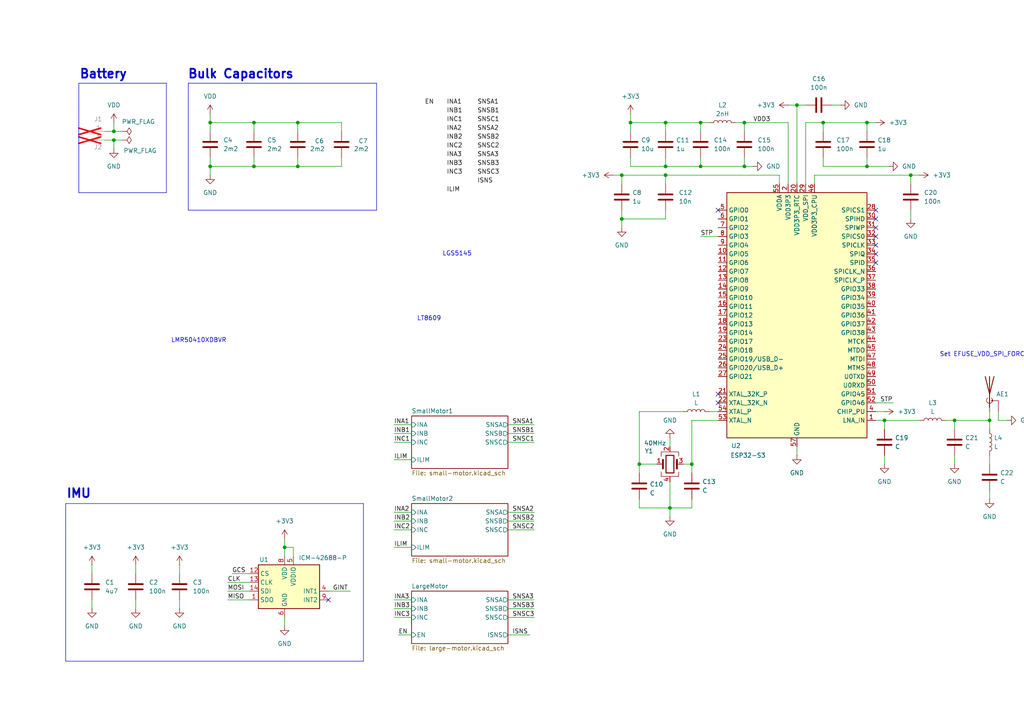
<source format=kicad_sch>
(kicad_sch (version 20231120) (generator "eeschema") (generator_version "8.0")
  (paper "A4")
  (lib_symbols
    (symbol "Connector:Conn_01x01_Pin" (pin_names (offset 1.016) hide)
      (property "Reference" "J" (at 0 2.54 0))
      (property "Value" "Conn_01x01_Pin" (at 0 -2.54 0))
      (symbol "Conn_01x01_Pin_1_1"
        (polyline (pts (xy 1.27 0) (xy 0.8636 0)) (stroke (width 0.1524)))
        (rectangle (start 0.8636 0.127) (end 0 -0.127) (stroke (width 0.1524)) (fill (type outline)))
        (pin passive line (at 5.08 0 180) (length 3.81) (name "Pin_1") (number "1"))
      )
    )
    (symbol "Device:Antenna_Shield" (pin_numbers hide) (pin_names (offset 1.016) hide)
      (property "Reference" "AE" (at -1.905 4.445 0))
      (property "Value" "Antenna_Shield" (at -1.905 2.54 0))
      (symbol "Antenna_Shield_0_1"
        (arc (start -0.508 -1.143) (mid -0.8429 -2.1194) (end 0 -2.667))
        (arc (start 0 -2.667) (mid 0.7989 -2.1052) (end 0.508 -1.143))
        (polyline (pts (xy 0 -2.54) (xy 0 0)))
        (polyline (pts (xy 0 5.08) (xy 0 -3.81)) (stroke (width 0.254)))
        (polyline (pts (xy 0.762 -1.905) (xy 2.54 -1.905)))
        (polyline (pts (xy 2.54 -2.54) (xy 2.54 -1.905)))
        (polyline (pts (xy 1.27 5.08) (xy 0 0) (xy -1.27 5.08)) (stroke (width 0.254)))
        (circle (center 0.762 -1.905) (radius 0.1778) (fill (type outline)))
      )
      (symbol "Antenna_Shield_1_1"
        (pin input line (at 0 -5.08 90) (length 2.54) (name "A") (number "1"))
        (pin input line (at 2.54 -5.08 90) (length 2.54) (name "Shield") (number "2"))
      )
    )
    (symbol "Device:C" (pin_numbers hide) (pin_names (offset 0.254))
      (property "Reference" "C" (at 0.635 2.54 0))
      (property "Value" "C" (at 0.635 -2.54 0))
      (symbol "C_0_1"
        (polyline (pts (xy -2.032 -0.762) (xy 2.032 -0.762)) (stroke (width 0.508)))
        (polyline (pts (xy -2.032 0.762) (xy 2.032 0.762)) (stroke (width 0.508)))
      )
      (symbol "C_1_1"
        (pin passive line (at 0 3.81 270) (length 2.794) (name "~") (number "1"))
        (pin passive line (at 0 -3.81 90) (length 2.794) (name "~") (number "2"))
      )
    )
    (symbol "Device:Crystal_GND24" (pin_names (offset 1.016) hide)
      (property "Reference" "Y" (at 3.175 5.08 0))
      (property "Value" "Crystal_GND24" (at 3.175 3.175 0))
      (symbol "Crystal_GND24_0_1"
        (rectangle (start -1.143 2.54) (end 1.143 -2.54) (stroke (width 0.3048)))
        (polyline (pts (xy -2.54 0) (xy -2.032 0)))
        (polyline (pts (xy -2.032 -1.27) (xy -2.032 1.27)) (stroke (width 0.508)))
        (polyline (pts (xy 0 -3.81) (xy 0 -3.556)))
        (polyline (pts (xy 0 3.556) (xy 0 3.81)))
        (polyline (pts (xy 2.032 -1.27) (xy 2.032 1.27)) (stroke (width 0.508)))
        (polyline (pts (xy 2.032 0) (xy 2.54 0)))
        (polyline (pts (xy -2.54 -2.286) (xy -2.54 -3.556) (xy 2.54 -3.556) (xy 2.54 -2.286)))
        (polyline (pts (xy -2.54 2.286) (xy -2.54 3.556) (xy 2.54 3.556) (xy 2.54 2.286)))
      )
      (symbol "Crystal_GND24_1_1"
        (pin passive line (at -3.81 0 0) (length 1.27) (name "1") (number "1"))
        (pin passive line (at 0 5.08 270) (length 1.27) (name "2") (number "2"))
        (pin passive line (at 3.81 0 180) (length 1.27) (name "3") (number "3"))
        (pin passive line (at 0 -5.08 90) (length 1.27) (name "4") (number "4"))
      )
    )
    (symbol "Device:L" (pin_numbers hide) (pin_names (offset 1.016) hide)
      (property "Reference" "L" (at -1.27 0 90))
      (property "Value" "L" (at 1.905 0 90))
      (symbol "L_0_1"
        (arc (start 0 -2.54) (mid 0.6323 -1.905) (end 0 -1.27))
        (arc (start 0 -1.27) (mid 0.6323 -0.635) (end 0 0))
        (arc (start 0 0) (mid 0.6323 0.635) (end 0 1.27))
        (arc (start 0 1.27) (mid 0.6323 1.905) (end 0 2.54))
      )
      (symbol "L_1_1"
        (pin passive line (at 0 3.81 270) (length 1.27) (name "1") (number "1"))
        (pin passive line (at 0 -3.81 90) (length 1.27) (name "2") (number "2"))
      )
    )
    (symbol "MCU_Espressif:ESP32-S3"
      (property "Reference" "U" (at 10.16 -38.1 0))
      (property "Value" "ESP32-S3" (at 13.97 -40.64 0))
      (symbol "ESP32-S3_0_1"
        (rectangle (start -20.32 35.56) (end 20.32 -35.56) (stroke (width 0.254)) (fill (type background)))
      )
      (symbol "ESP32-S3_1_0"
        (pin bidirectional line (at 22.86 12.7 180) (length 2.54) (name "SPICLK_N") (number "36"))
        (pin bidirectional line (at 22.86 -10.16 180) (length 2.54) (name "MTDO") (number "45"))
        (pin bidirectional line (at 22.86 -22.86 180) (length 2.54) (name "GPIO45") (number "51"))
        (pin passive line (at -5.08 38.1 270) (length 2.54) hide (name "VDDA") (number "56"))
      )
      (symbol "ESP32-S3_1_1"
        (pin bidirectional line (at 22.86 -30.48 180) (length 2.54) (name "LNA_IN") (number "1"))
        (pin bidirectional line (at -22.86 17.78 0) (length 2.54) (name "GPIO5") (number "10"))
        (pin bidirectional line (at -22.86 15.24 0) (length 2.54) (name "GPIO6") (number "11"))
        (pin bidirectional line (at -22.86 12.7 0) (length 2.54) (name "GPIO7") (number "12"))
        (pin bidirectional line (at -22.86 10.16 0) (length 2.54) (name "GPIO8") (number "13"))
        (pin bidirectional line (at -22.86 7.62 0) (length 2.54) (name "GPIO9") (number "14"))
        (pin bidirectional line (at -22.86 5.08 0) (length 2.54) (name "GPIO10") (number "15"))
        (pin bidirectional line (at -22.86 2.54 0) (length 2.54) (name "GPIO11") (number "16"))
        (pin bidirectional line (at -22.86 0 0) (length 2.54) (name "GPIO12") (number "17"))
        (pin bidirectional line (at -22.86 -2.54 0) (length 2.54) (name "GPIO13") (number "18"))
        (pin bidirectional line (at -22.86 -5.08 0) (length 2.54) (name "GPIO14") (number "19"))
        (pin power_in line (at -2.54 38.1 270) (length 2.54) (name "VDD3P3") (number "2"))
        (pin power_in line (at 0 38.1 270) (length 2.54) (name "VDD3P3_RTC") (number "20"))
        (pin passive line (at -22.86 -22.86 0) (length 2.54) (name "XTAL_32K_P") (number "21"))
        (pin passive line (at -22.86 -25.4 0) (length 2.54) (name "XTAL_32K_N") (number "22"))
        (pin bidirectional line (at -22.86 -7.62 0) (length 2.54) (name "GPIO17") (number "23"))
        (pin bidirectional line (at -22.86 -10.16 0) (length 2.54) (name "GPIO18") (number "24"))
        (pin bidirectional line (at -22.86 -12.7 0) (length 2.54) (name "GPIO19/USB_D-") (number "25"))
        (pin bidirectional line (at -22.86 -15.24 0) (length 2.54) (name "GPIO20/USB_D+") (number "26"))
        (pin bidirectional line (at -22.86 -17.78 0) (length 2.54) (name "GPIO21") (number "27"))
        (pin bidirectional line (at 22.86 30.48 180) (length 2.54) (name "SPICS1") (number "28"))
        (pin power_in line (at 2.54 38.1 270) (length 2.54) (name "VDD_SPI") (number "29"))
        (pin passive line (at -2.54 38.1 270) (length 2.54) hide (name "VDD3P3") (number "3"))
        (pin bidirectional line (at 22.86 27.94 180) (length 2.54) (name "SPIHD") (number "30"))
        (pin bidirectional line (at 22.86 25.4 180) (length 2.54) (name "SPIWP") (number "31"))
        (pin bidirectional line (at 22.86 22.86 180) (length 2.54) (name "SPICS0") (number "32"))
        (pin bidirectional line (at 22.86 20.32 180) (length 2.54) (name "SPICLK") (number "33"))
        (pin bidirectional line (at 22.86 17.78 180) (length 2.54) (name "SPIQ") (number "34"))
        (pin bidirectional line (at 22.86 15.24 180) (length 2.54) (name "SPID") (number "35"))
        (pin bidirectional line (at 22.86 10.16 180) (length 2.54) (name "SPICLK_P") (number "37"))
        (pin bidirectional line (at 22.86 7.62 180) (length 2.54) (name "GPIO33") (number "38"))
        (pin bidirectional line (at 22.86 5.08 180) (length 2.54) (name "GPIO34") (number "39"))
        (pin input line (at 22.86 -27.94 180) (length 2.54) (name "CHIP_PU") (number "4"))
        (pin bidirectional line (at 22.86 2.54 180) (length 2.54) (name "GPIO35") (number "40"))
        (pin bidirectional line (at 22.86 0 180) (length 2.54) (name "GPIO36") (number "41"))
        (pin bidirectional line (at 22.86 -2.54 180) (length 2.54) (name "GPIO37") (number "42"))
        (pin bidirectional line (at 22.86 -5.08 180) (length 2.54) (name "GPIO38") (number "43"))
        (pin bidirectional line (at 22.86 -7.62 180) (length 2.54) (name "MTCK") (number "44"))
        (pin power_in line (at 5.08 38.1 270) (length 2.54) (name "VDD3P3_CPU") (number "46"))
        (pin bidirectional line (at 22.86 -12.7 180) (length 2.54) (name "MTDI") (number "47"))
        (pin bidirectional line (at 22.86 -15.24 180) (length 2.54) (name "MTMS") (number "48"))
        (pin bidirectional line (at 22.86 -17.78 180) (length 2.54) (name "U0TXD") (number "49"))
        (pin bidirectional line (at -22.86 30.48 0) (length 2.54) (name "GPIO0") (number "5"))
        (pin bidirectional line (at 22.86 -20.32 180) (length 2.54) (name "U0RXD") (number "50"))
        (pin bidirectional line (at 22.86 -25.4 180) (length 2.54) (name "GPIO46") (number "52"))
        (pin output line (at -22.86 -30.48 0) (length 2.54) (name "XTAL_N") (number "53"))
        (pin input line (at -22.86 -27.94 0) (length 2.54) (name "XTAL_P") (number "54"))
        (pin power_in line (at -5.08 38.1 270) (length 2.54) (name "VDDA") (number "55"))
        (pin power_in line (at 0 -38.1 90) (length 2.54) (name "GND") (number "57"))
        (pin bidirectional line (at -22.86 27.94 0) (length 2.54) (name "GPIO1") (number "6"))
        (pin bidirectional line (at -22.86 25.4 0) (length 2.54) (name "GPIO2") (number "7"))
        (pin bidirectional line (at -22.86 22.86 0) (length 2.54) (name "GPIO3") (number "8"))
        (pin bidirectional line (at -22.86 20.32 0) (length 2.54) (name "GPIO4") (number "9"))
      )
    )
    (symbol "User_Symbols:ICM-42688-P"
      (property "Reference" "U" (at 1.27 1.27 0))
      (property "Value" "ICM-42688-P" (at 19.05 1.27 0))
      (symbol "ICM-42688-P_0_1"
        (rectangle (start 0 0) (end 17.78 -12.7) (stroke (width 0.254)) (fill (type background)))
      )
      (symbol "ICM-42688-P_1_1"
        (pin output line (at -2.54 -10.16 0) (length 2.54) (name "SDO") (number "1"))
        (pin no_connect line (at 20.32 -3.81 180) (length 2.54) hide (name "RESV") (number "10"))
        (pin passive line (at 7.62 -15.24 90) (length 2.54) hide (name "RESV") (number "11"))
        (pin input line (at -2.54 -2.54 0) (length 2.54) (name "CS") (number "12"))
        (pin input line (at -2.54 -5.08 0) (length 2.54) (name "CLK") (number "13"))
        (pin input line (at -2.54 -7.62 0) (length 2.54) (name "SDI") (number "14"))
        (pin no_connect line (at 20.32 -1.27 180) (length 2.54) hide (name "RESV") (number "2"))
        (pin no_connect line (at 20.32 -2.54 180) (length 2.54) hide (name "RESV") (number "3"))
        (pin output line (at 20.32 -7.62 180) (length 2.54) (name "INT1") (number "4"))
        (pin power_in line (at 10.16 2.54 270) (length 2.54) (name "VDDIO") (number "5"))
        (pin power_in line (at 7.62 -15.24 90) (length 2.54) (name "GND") (number "6"))
        (pin passive line (at 7.62 -15.24 90) (length 2.54) hide (name "RESV") (number "7"))
        (pin power_in line (at 7.62 2.54 270) (length 2.54) (name "VDD") (number "8"))
        (pin output line (at 20.32 -10.16 180) (length 2.54) (name "INT2") (number "9"))
      )
    )
    (symbol "power:+3V3" (power) (pin_numbers hide) (pin_names (offset 0) hide)
      (property "Value" "+3V3" (at 0 3.556 0))
      (symbol "+3V3_0_1"
        (polyline (pts (xy -0.762 1.27) (xy 0 2.54)))
        (polyline (pts (xy 0 0) (xy 0 2.54)))
        (polyline (pts (xy 0 2.54) (xy 0.762 1.27)))
      )
      (symbol "+3V3_1_1"
        (pin power_in line (at 0 0 90) (length 0) (name "~") (number "1"))
      )
    )
    (symbol "power:GND" (power) (pin_numbers hide) (pin_names (offset 0) hide)
      (property "Value" "GND" (at 0 -3.81 0))
      (symbol "GND_0_1"
        (polyline (pts (xy 0 0) (xy 0 -1.27) (xy 1.27 -1.27) (xy 0 -2.54) (xy -1.27 -1.27) (xy 0 -1.27)))
      )
      (symbol "GND_1_1"
        (pin power_in line (at 0 0 270) (length 0) (name "~") (number "1"))
      )
    )
    (symbol "power:PWR_FLAG" (power) (pin_numbers hide) (pin_names (offset 0) hide)
      (property "Value" "PWR_FLAG" (at 0 3.81 0))
      (symbol "PWR_FLAG_0_0"
        (pin power_out line (at 0 0 90) (length 0) (name "~") (number "1"))
      )
      (symbol "PWR_FLAG_0_1"
        (polyline (pts (xy 0 0) (xy 0 1.27) (xy -1.016 1.905) (xy 0 2.54) (xy 1.016 1.905) (xy 0 1.27)))
      )
    )
    (symbol "power:VDD" (power) (pin_numbers hide) (pin_names (offset 0) hide)
      (property "Value" "VDD" (at 0 3.556 0))
      (symbol "VDD_0_1"
        (polyline (pts (xy -0.762 1.27) (xy 0 2.54)))
        (polyline (pts (xy 0 0) (xy 0 2.54)))
        (polyline (pts (xy 0 2.54) (xy 0.762 1.27)))
      )
      (symbol "VDD_1_1"
        (pin power_in line (at 0 0 90) (length 0) (name "~") (number "1"))
      )
    )
  )
  (junction (at 200.66 134.62))
  (junction (at 203.2 48.26))
  (junction (at 193.04 50.8))
  (junction (at 60.96 35.56))
  (junction (at 238.76 35.56))
  (junction (at 60.96 48.26))
  (junction (at 264.16 50.8))
  (junction (at 82.55 158.75))
  (junction (at 86.36 48.26))
  (junction (at 203.2 35.56))
  (junction (at 193.04 35.56))
  (junction (at 73.66 35.56))
  (junction (at 86.36 35.56))
  (junction (at 251.46 35.56))
  (junction (at 215.9 48.26))
  (junction (at 182.88 35.56))
  (junction (at 180.34 50.8))
  (junction (at 251.46 48.26))
  (junction (at 231.14 30.48))
  (junction (at 33.02 38.1))
  (junction (at 33.02 40.64))
  (junction (at 215.9 35.56))
  (junction (at 185.42 134.62))
  (junction (at 276.86 121.92))
  (junction (at 194.31 147.32))
  (junction (at 193.04 48.26))
  (junction (at 73.66 48.26))
  (junction (at 256.54 121.92))
  (junction (at 180.34 63.5))
  (junction (at 287.02 121.92))
  (no_connect (at 254 68.58))
  (no_connect (at 95.25 173.99))
  (no_connect (at 254 71.12))
  (no_connect (at 208.28 116.84))
  (no_connect (at 208.28 60.96))
  (no_connect (at 254 66.04))
  (no_connect (at 254 63.5))
  (no_connect (at 254 76.2))
  (no_connect (at 254 60.96))
  (no_connect (at 208.28 114.3))
  (no_connect (at 254 73.66))
  (wire (pts (xy 238.76 35.56) (xy 238.76 38.1)))
  (wire (pts (xy 114.3 158.75) (xy 119.38 158.75)))
  (wire (pts (xy 182.88 35.56) (xy 193.04 35.56)))
  (wire (pts (xy 147.32 179.07) (xy 154.94 179.07)))
  (wire (pts (xy 194.31 147.32) (xy 194.31 149.86)))
  (wire (pts (xy 147.32 173.99) (xy 154.94 173.99)))
  (wire (pts (xy 205.74 119.38) (xy 208.28 119.38)))
  (wire (pts (xy 233.68 53.34) (xy 233.68 35.56)))
  (wire (pts (xy 73.66 48.26) (xy 86.36 48.26)))
  (wire (pts (xy 218.44 48.26) (xy 215.9 48.26)))
  (wire (pts (xy 66.04 173.99) (xy 72.39 173.99)))
  (wire (pts (xy 254 119.38) (xy 256.54 119.38)))
  (wire (pts (xy 256.54 121.92) (xy 254 121.92)))
  (wire (pts (xy 33.02 35.56) (xy 33.02 38.1)))
  (wire (pts (xy 251.46 35.56) (xy 251.46 38.1)))
  (polyline (pts (xy 22.86 31.75) (xy 22.86 55.88)))
  (wire (pts (xy 60.96 35.56) (xy 73.66 35.56)))
  (wire (pts (xy 82.55 158.75) (xy 85.09 158.75)))
  (wire (pts (xy 193.04 35.56) (xy 203.2 35.56)))
  (polyline (pts (xy 22.86 55.88) (xy 48.26 55.88)))
  (wire (pts (xy 200.66 134.62) (xy 200.66 137.16)))
  (wire (pts (xy 287.02 142.24) (xy 287.02 144.78)))
  (wire (pts (xy 264.16 53.34) (xy 264.16 50.8)))
  (wire (pts (xy 85.09 158.75) (xy 85.09 161.29)))
  (wire (pts (xy 289.56 121.92) (xy 289.56 119.38)))
  (polyline (pts (xy 54.61 31.75) (xy 54.61 60.96)))
  (wire (pts (xy 233.68 35.56) (xy 238.76 35.56)))
  (polyline (pts (xy 19.05 153.67) (xy 19.05 191.77)))
  (wire (pts (xy 193.04 48.26) (xy 182.88 48.26)))
  (wire (pts (xy 200.66 147.32) (xy 200.66 144.78)))
  (wire (pts (xy 256.54 121.92) (xy 266.7 121.92)))
  (wire (pts (xy 114.3 133.35) (xy 119.38 133.35)))
  (wire (pts (xy 193.04 50.8) (xy 226.06 50.8)))
  (wire (pts (xy 194.31 127) (xy 194.31 129.54)))
  (wire (pts (xy 114.3 176.53) (xy 119.38 176.53)))
  (wire (pts (xy 147.32 123.19) (xy 154.94 123.19)))
  (wire (pts (xy 194.31 147.32) (xy 185.42 147.32)))
  (wire (pts (xy 73.66 35.56) (xy 73.66 38.1)))
  (wire (pts (xy 203.2 38.1) (xy 203.2 35.56)))
  (wire (pts (xy 228.6 35.56) (xy 228.6 53.34)))
  (wire (pts (xy 276.86 124.46) (xy 276.86 121.92)))
  (wire (pts (xy 185.42 137.16) (xy 185.42 134.62)))
  (wire (pts (xy 287.02 124.46) (xy 287.02 121.92)))
  (wire (pts (xy 276.86 121.92) (xy 287.02 121.92)))
  (wire (pts (xy 198.12 119.38) (xy 185.42 119.38)))
  (wire (pts (xy 213.36 35.56) (xy 215.9 35.56)))
  (polyline (pts (xy 54.61 60.96) (xy 109.22 60.96)))
  (polyline (pts (xy 105.41 191.77) (xy 105.41 146.05)))
  (wire (pts (xy 99.06 38.1) (xy 99.06 35.56)))
  (wire (pts (xy 67.31 166.37) (xy 72.39 166.37)))
  (polyline (pts (xy 105.41 146.05) (xy 19.05 146.05)))
  (wire (pts (xy 203.2 48.26) (xy 203.2 45.72)))
  (polyline (pts (xy 54.61 24.13) (xy 54.61 31.75)))
  (wire (pts (xy 52.07 163.83) (xy 52.07 166.37)))
  (wire (pts (xy 86.36 48.26) (xy 86.36 45.72)))
  (wire (pts (xy 266.7 50.8) (xy 264.16 50.8)))
  (wire (pts (xy 115.57 184.15) (xy 119.38 184.15)))
  (polyline (pts (xy 48.26 24.13) (xy 22.86 24.13)))
  (wire (pts (xy 39.37 173.99) (xy 39.37 176.53)))
  (wire (pts (xy 114.3 125.73) (xy 119.38 125.73)))
  (wire (pts (xy 256.54 124.46) (xy 256.54 121.92)))
  (wire (pts (xy 99.06 48.26) (xy 99.06 45.72)))
  (wire (pts (xy 73.66 48.26) (xy 73.66 45.72)))
  (wire (pts (xy 177.8 50.8) (xy 180.34 50.8)))
  (polyline (pts (xy 19.05 191.77) (xy 105.41 191.77)))
  (wire (pts (xy 147.32 176.53) (xy 154.94 176.53)))
  (polyline (pts (xy 109.22 60.96) (xy 109.22 24.13)))
  (wire (pts (xy 182.88 45.72) (xy 182.88 48.26)))
  (wire (pts (xy 193.04 53.34) (xy 193.04 50.8)))
  (wire (pts (xy 26.67 163.83) (xy 26.67 166.37)))
  (wire (pts (xy 292.1 121.92) (xy 289.56 121.92)))
  (wire (pts (xy 147.32 153.67) (xy 154.94 153.67)))
  (wire (pts (xy 147.32 125.73) (xy 154.94 125.73)))
  (wire (pts (xy 82.55 179.07) (xy 82.55 181.61)))
  (wire (pts (xy 228.6 30.48) (xy 231.14 30.48)))
  (wire (pts (xy 215.9 45.72) (xy 215.9 48.26)))
  (wire (pts (xy 30.48 40.64) (xy 33.02 40.64)))
  (wire (pts (xy 215.9 35.56) (xy 215.9 38.1)))
  (wire (pts (xy 215.9 48.26) (xy 203.2 48.26)))
  (wire (pts (xy 86.36 48.26) (xy 99.06 48.26)))
  (wire (pts (xy 203.2 48.26) (xy 193.04 48.26)))
  (wire (pts (xy 180.34 63.5) (xy 180.34 66.04)))
  (wire (pts (xy 182.88 33.02) (xy 182.88 35.56)))
  (wire (pts (xy 276.86 121.92) (xy 274.32 121.92)))
  (wire (pts (xy 200.66 121.92) (xy 208.28 121.92)))
  (wire (pts (xy 26.67 173.99) (xy 26.67 176.53)))
  (wire (pts (xy 86.36 35.56) (xy 73.66 35.56)))
  (wire (pts (xy 254 35.56) (xy 251.46 35.56)))
  (wire (pts (xy 231.14 129.54) (xy 231.14 132.08)))
  (wire (pts (xy 114.3 148.59) (xy 119.38 148.59)))
  (wire (pts (xy 180.34 63.5) (xy 193.04 63.5)))
  (wire (pts (xy 251.46 48.26) (xy 257.81 48.26)))
  (polyline (pts (xy 48.26 55.88) (xy 48.26 24.13)))
  (wire (pts (xy 241.3 30.48) (xy 243.84 30.48)))
  (wire (pts (xy 114.3 173.99) (xy 119.38 173.99)))
  (wire (pts (xy 82.55 156.21) (xy 82.55 158.75)))
  (wire (pts (xy 114.3 179.07) (xy 119.38 179.07)))
  (wire (pts (xy 60.96 35.56) (xy 60.96 38.1)))
  (wire (pts (xy 185.42 147.32) (xy 185.42 144.78)))
  (wire (pts (xy 147.32 184.15) (xy 153.67 184.15)))
  (wire (pts (xy 251.46 48.26) (xy 238.76 48.26)))
  (wire (pts (xy 236.22 50.8) (xy 236.22 53.34)))
  (wire (pts (xy 86.36 38.1) (xy 86.36 35.56)))
  (wire (pts (xy 238.76 48.26) (xy 238.76 45.72)))
  (wire (pts (xy 215.9 35.56) (xy 228.6 35.56)))
  (wire (pts (xy 60.96 48.26) (xy 60.96 45.72)))
  (wire (pts (xy 180.34 50.8) (xy 180.34 53.34)))
  (wire (pts (xy 226.06 50.8) (xy 226.06 53.34)))
  (wire (pts (xy 60.96 48.26) (xy 73.66 48.26)))
  (wire (pts (xy 52.07 173.99) (xy 52.07 176.53)))
  (wire (pts (xy 147.32 148.59) (xy 154.94 148.59)))
  (wire (pts (xy 33.02 38.1) (xy 35.56 38.1)))
  (wire (pts (xy 287.02 132.08) (xy 287.02 134.62)))
  (wire (pts (xy 33.02 38.1) (xy 30.48 38.1)))
  (wire (pts (xy 180.34 60.96) (xy 180.34 63.5)))
  (wire (pts (xy 193.04 48.26) (xy 193.04 45.72)))
  (wire (pts (xy 39.37 163.83) (xy 39.37 166.37)))
  (wire (pts (xy 66.04 171.45) (xy 72.39 171.45)))
  (wire (pts (xy 251.46 48.26) (xy 251.46 45.72)))
  (wire (pts (xy 114.3 153.67) (xy 119.38 153.67)))
  (wire (pts (xy 33.02 40.64) (xy 35.56 40.64)))
  (wire (pts (xy 203.2 35.56) (xy 205.74 35.56)))
  (wire (pts (xy 114.3 128.27) (xy 119.38 128.27)))
  (polyline (pts (xy 109.22 24.13) (xy 54.61 24.13)))
  (wire (pts (xy 203.2 68.58) (xy 208.28 68.58)))
  (wire (pts (xy 66.04 168.91) (xy 72.39 168.91)))
  (wire (pts (xy 114.3 151.13) (xy 119.38 151.13)))
  (wire (pts (xy 256.54 132.08) (xy 256.54 134.62)))
  (wire (pts (xy 193.04 35.56) (xy 193.04 38.1)))
  (wire (pts (xy 287.02 119.38) (xy 287.02 121.92)))
  (wire (pts (xy 194.31 139.7) (xy 194.31 147.32)))
  (wire (pts (xy 95.25 171.45) (xy 101.6 171.45)))
  (wire (pts (xy 264.16 60.96) (xy 264.16 63.5)))
  (wire (pts (xy 180.34 50.8) (xy 193.04 50.8)))
  (polyline (pts (xy 19.05 146.05) (xy 19.05 153.67)))
  (wire (pts (xy 254 116.84) (xy 259.08 116.84)))
  (wire (pts (xy 114.3 123.19) (xy 119.38 123.19)))
  (wire (pts (xy 33.02 40.64) (xy 33.02 43.18)))
  (wire (pts (xy 236.22 50.8) (xy 264.16 50.8)))
  (wire (pts (xy 231.14 30.48) (xy 233.68 30.48)))
  (wire (pts (xy 185.42 119.38) (xy 185.42 134.62)))
  (wire (pts (xy 60.96 48.26) (xy 60.96 50.8)))
  (wire (pts (xy 251.46 35.56) (xy 238.76 35.56)))
  (wire (pts (xy 231.14 53.34) (xy 231.14 30.48)))
  (wire (pts (xy 147.32 151.13) (xy 154.94 151.13)))
  (wire (pts (xy 60.96 33.02) (xy 60.96 35.56)))
  (wire (pts (xy 194.31 147.32) (xy 200.66 147.32)))
  (wire (pts (xy 147.32 128.27) (xy 154.94 128.27)))
  (polyline (pts (xy 22.86 24.13) (xy 22.86 31.75)))
  (wire (pts (xy 193.04 63.5) (xy 193.04 60.96)))
  (wire (pts (xy 276.86 132.08) (xy 276.86 134.62)))
  (wire (pts (xy 198.12 134.62) (xy 200.66 134.62)))
  (wire (pts (xy 200.66 121.92) (xy 200.66 134.62)))
  (wire (pts (xy 182.88 38.1) (xy 182.88 35.56)))
  (wire (pts (xy 99.06 35.56) (xy 86.36 35.56)))
  (wire (pts (xy 185.42 134.62) (xy 190.5 134.62)))
  (wire (pts (xy 82.55 158.75) (xy 82.55 161.29)))
  (text "Battery" (at 29.972 21.59 0) (effects (font (size 2.54 2.54) (thickness 0.508) (bold yes))))
  (text "LGS5145" (at 132.588 73.66 0) (effects (font (size 1.27 1.27))))
  (text "LMR50410XDBVR" (at 57.658 98.806 0) (effects (font (size 1.27 1.27))))
  (text "Set EFUSE_VDD_SPI_FORCE and EFUSE_VDD_SPI_TIEH" (at 297.942 102.87 0) (effects (font (size 1.27 1.27))))
  (text "Bulk Capacitors" (at 69.85 21.59 0) (effects (font (size 2.54 2.54) (thickness 0.508) (bold yes))))
  (text "IMU" (at 22.86 143.256 0) (effects (font (size 2.54 2.54) (thickness 0.508) (bold yes))))
  (text "LT8609" (at 124.46 92.456 0) (effects (font (size 1.27 1.27))))
  (label "SNSB2" (at 148.59 151.13 0))
  (label "INB1" (at 114.3 125.73 0))
  (label "ISNS" (at 148.59 184.15 0))
  (label "INC2" (at 114.3 153.67 0))
  (label "SNSB2" (at 138.43 40.64 0))
  (label "ILIM" (at 129.54 55.88 0))
  (label "SNSB1" (at 148.59 125.73 0))
  (label "INC2" (at 129.54 43.18 0))
  (label "SNSA3" (at 148.59 173.99 0))
  (label "INC1" (at 114.3 128.27 0))
  (label "INA3" (at 129.54 45.72 0))
  (label "INB3" (at 114.3 176.53 0))
  (label "INC3" (at 114.3 179.07 0))
  (label "INB2" (at 129.54 40.64 0))
  (label "EN" (at 123.19 30.48 0))
  (label "ISNS" (at 138.43 53.34 0))
  (label "ILIM" (at 114.3 133.35 0))
  (label "GINT" (at 96.52 171.45 0))
  (label "STP" (at 203.2 68.58 0))
  (label "GCS" (at 67.31 166.37 0))
  (label "SNSC3" (at 148.59 179.07 0))
  (label "SNSA1" (at 148.59 123.19 0))
  (label "EN" (at 115.57 184.15 0))
  (label "SNSB1" (at 138.43 33.02 0))
  (label "INB3" (at 129.54 48.26 0))
  (label "SNSC1" (at 138.43 35.56 0))
  (label "MISO" (at 66.04 173.99 0))
  (label "SNSC3" (at 138.43 50.8 0))
  (label "SNSA2" (at 138.43 38.1 0))
  (label "CLK" (at 66.04 168.91 0))
  (label "INC1" (at 129.54 35.56 0))
  (label "SNSC2" (at 138.43 43.18 0))
  (label "SNSC1" (at 148.59 128.27 0))
  (label "SNSB3" (at 148.59 176.53 0))
  (label "SNSB3" (at 138.43 48.26 0))
  (label "INC3" (at 129.54 50.8 0))
  (label "INA2" (at 114.3 148.59 0))
  (label "INB1" (at 129.54 33.02 0))
  (label "INA2" (at 129.54 38.1 0))
  (label "INA1" (at 114.3 123.19 0))
  (label "INB2" (at 114.3 151.13 0))
  (label "SNSA3" (at 138.43 45.72 0))
  (label "SNSA2" (at 148.59 148.59 0))
  (label "MOSI" (at 66.04 171.45 0))
  (label "SNSA1" (at 138.43 30.48 0))
  (label "SNSC2" (at 148.59 153.67 0))
  (label "ILIM" (at 114.3 158.75 0))
  (label "INA1" (at 129.54 30.48 0))
  (label "INA3" (at 114.3 173.99 0))
  (label "VDD3" (at 218.44 35.56 0))
  (label "STP" (at 255.27 116.84 0))
  (symbol (lib_id "power:+3V3") (at 82.55 156.21 0) (unit 1)
    (property "Reference" "#PWR011" (effects (hide yes)))
    (property "Value" "+3V3" (at 82.55 151.13 0))
    (property "Description" "Power symbol creates a global label with name \"+3V3\"" (effects (hide yes)))
  )
  (symbol (lib_id "Device:C") (at 215.9 41.91 0) (unit 1)
    (property "Reference" "C15" (at 219.71 40.6399 0) (effects (justify left)))
    (property "Value" "100n" (at 219.71 43.1799 0) (effects (justify left)))
    (property "Footprint" "Capacitor_SMD:C_0402_1005Metric" (effects (hide yes)))
    (property "Description" "Unpolarized capacitor" (effects (hide yes)))
    (property "LCSC" "C1525" (effects (hide yes)))
  )
  (symbol (lib_id "MCU_Espressif:ESP32-S3") (at 231.14 91.44 0) (unit 1)
    (property "Reference" "U2" (at 212.09 129.286 0) (effects (justify left)))
    (property "Value" "ESP32-S3" (at 211.836 132.08 0) (effects (justify left)))
    (property "Footprint" "Package_DFN_QFN:QFN-56-1EP_7x7mm_P0.4mm_EP4x4mm" (effects (hide yes)))
    (property "Datasheet" "https://www.espressif.com/sites/default/files/documentation/esp32-s3_datasheet_en.pdf" (effects (hide yes)))
    (property "Description" "Microcontroller, Wi-Fi 802.11b/g/n, Bluetooth, 32bit" (effects (hide yes)))
    (property "LCSC" "C3013940" (effects (hide yes)))
  )
  (symbol (lib_id "power:+3V3") (at 182.88 33.02 0) (unit 1)
    (property "Reference" "#PWR015" (effects (hide yes)))
    (property "Value" "+3V3" (at 182.88 27.94 0))
    (property "Description" "Power symbol creates a global label with name \"+3V3\"" (effects (hide yes)))
  )
  (symbol (lib_id "Device:C") (at 193.04 41.91 0) (unit 1)
    (property "Reference" "C11" (at 196.088 40.64 0) (effects (justify left)))
    (property "Value" "1u" (at 196.088 43.18 0) (effects (justify left)))
    (property "Footprint" "Capacitor_SMD:C_0402_1005Metric" (effects (hide yes)))
    (property "Description" "Unpolarized capacitor" (effects (hide yes)))
    (property "LCSC" "C52923" (effects (hide yes)))
  )
  (symbol (lib_id "power:GND") (at 33.02 43.18 0) (unit 1)
    (property "Reference" "#PWR04" (effects (hide yes)))
    (property "Value" "GND" (at 33.02 48.26 0))
    (property "Description" "Power symbol creates a global label with name \"GND\" , ground" (effects (hide yes)))
  )
  (symbol (lib_id "Connector:Conn_01x01_Pin") (at 25.4 38.1 0) (unit 1) (in_bom no) (dnp yes)
    (property "Reference" "J1" (at 28.448 34.544 0))
    (property "Value" "Conn_01x01_Pin" (effects (hide yes)))
    (property "Footprint" "MountingHole:MountingHole_3.2mm_M3_Pad_Via" (effects (hide yes)))
    (property "Description" "Generic connector, single row, 01x01, script generated" (effects (hide yes)))
  )
  (symbol (lib_id "power:GND") (at 218.44 48.26 90) (unit 1)
    (property "Reference" "#PWR018" (effects (hide yes)))
    (property "Value" "GND" (at 222.25 48.2599 90) (effects (justify right)))
    (property "Description" "Power symbol creates a global label with name \"GND\" , ground" (effects (hide yes)))
  )
  (symbol (lib_id "power:GND") (at 82.55 181.61 0) (unit 1)
    (property "Reference" "#PWR012" (effects (hide yes)))
    (property "Value" "GND" (at 82.55 186.69 0))
    (property "Description" "Power symbol creates a global label with name \"GND\" , ground" (effects (hide yes)))
  )
  (symbol (lib_id "power:+3V3") (at 256.54 119.38 270) (unit 1)
    (property "Reference" "#PWR023" (effects (hide yes)))
    (property "Value" "+3V3" (at 260.35 119.3799 90) (effects (justify left)))
    (property "Description" "Power symbol creates a global label with name \"+3V3\"" (effects (hide yes)))
  )
  (symbol (lib_id "power:+3V3") (at 228.6 30.48 90) (unit 1)
    (property "Reference" "#PWR019" (effects (hide yes)))
    (property "Value" "+3V3" (at 224.79 30.4799 90) (effects (justify left)))
    (property "Description" "Power symbol creates a global label with name \"+3V3\"" (effects (hide yes)))
  )
  (symbol (lib_id "Device:C") (at 39.37 170.18 0) (unit 1)
    (property "Reference" "C2" (at 43.18 168.9099 0) (effects (justify left)))
    (property "Value" "100n" (at 43.18 171.4499 0) (effects (justify left)))
    (property "Footprint" "Capacitor_SMD:C_0402_1005Metric" (effects (hide yes)))
    (property "Description" "Unpolarized capacitor" (effects (hide yes)))
    (property "LCSC" "C1525" (effects (hide yes)))
  )
  (symbol (lib_id "power:GND") (at 264.16 63.5 0) (unit 1)
    (property "Reference" "#PWR026" (effects (hide yes)))
    (property "Value" "GND" (at 264.16 68.58 0))
    (property "Description" "Power symbol creates a global label with name \"GND\" , ground" (effects (hide yes)))
  )
  (symbol (lib_id "power:PWR_FLAG") (at 35.56 38.1 270) (unit 1)
    (property "Reference" "#FLG01" (effects (hide yes)))
    (property "Value" "PWR_FLAG" (at 35.306 35.306 90) (effects (justify left)))
    (property "Description" "Special symbol for telling ERC where power comes from" (effects (hide yes)))
  )
  (symbol (lib_id "Device:L") (at 209.55 35.56 90) (unit 1)
    (property "Reference" "L2" (at 209.55 30.48 90))
    (property "Value" "2nH" (at 209.55 33.02 90))
    (property "Footprint" "Inductor_SMD:L_0402_1005Metric" (effects (hide yes)))
    (property "Description" "Inductor" (effects (hide yes)))
    (property "LCSC" "C18216" (effects (hide yes)))
  )
  (symbol (lib_id "Device:C") (at 182.88 41.91 0) (unit 1)
    (property "Reference" "C9" (at 185.928 40.64 0) (effects (justify left)))
    (property "Value" "10u" (at 185.928 43.18 0) (effects (justify left)))
    (property "Footprint" "Capacitor_SMD:C_0402_1005Metric" (effects (hide yes)))
    (property "Description" "Unpolarized capacitor" (effects (hide yes)))
    (property "LCSC" "C15525" (effects (hide yes)))
  )
  (symbol (lib_id "power:+3V3") (at 52.07 163.83 0) (unit 1)
    (property "Reference" "#PWR07" (effects (hide yes)))
    (property "Value" "+3V3" (at 52.07 158.75 0))
    (property "Description" "Power symbol creates a global label with name \"+3V3\"" (effects (hide yes)))
  )
  (symbol (lib_id "Device:C") (at 238.76 41.91 0) (unit 1)
    (property "Reference" "C17" (at 242.57 40.6399 0) (effects (justify left)))
    (property "Value" "100n" (at 242.57 43.1799 0) (effects (justify left)))
    (property "Footprint" "Capacitor_SMD:C_0402_1005Metric" (effects (hide yes)))
    (property "Description" "Unpolarized capacitor" (effects (hide yes)))
    (property "LCSC" "C1525" (effects (hide yes)))
  )
  (symbol (lib_id "power:VDD") (at 60.96 33.02 0) (unit 1)
    (property "Reference" "#PWR09" (effects (hide yes)))
    (property "Value" "VDD" (at 60.96 27.94 0))
    (property "Description" "Power symbol creates a global label with name \"VDD\"" (effects (hide yes)))
  )
  (symbol (lib_id "power:GND") (at 180.34 66.04 0) (unit 1)
    (property "Reference" "#PWR014" (effects (hide yes)))
    (property "Value" "GND" (at 180.34 71.12 0))
    (property "Description" "Power symbol creates a global label with name \"GND\" , ground" (effects (hide yes)))
  )
  (symbol (lib_id "power:PWR_FLAG") (at 35.56 40.64 270) (unit 1)
    (property "Reference" "#FLG02" (effects (hide yes)))
    (property "Value" "PWR_FLAG" (at 35.814 43.688 90) (effects (justify left)))
    (property "Description" "Special symbol for telling ERC where power comes from" (effects (hide yes)))
  )
  (symbol (lib_id "Device:C") (at 86.36 41.91 0) (mirror y) (unit 1)
    (property "Reference" "C6" (at 93.98 40.894 0) (effects (justify left)))
    (property "Value" "2m2" (at 94.234 43.18 0) (effects (justify left)))
    (property "Footprint" "User_Footprints:C_D10xL16_Horizontal" (effects (hide yes)))
    (property "Description" "Unpolarized capacitor" (effects (hide yes)))
    (property "LCSC" "C5438720" (effects (hide yes)))
  )
  (symbol (lib_id "Device:C") (at 264.16 57.15 0) (unit 1)
    (property "Reference" "C20" (at 267.97 55.8799 0) (effects (justify left)))
    (property "Value" "100n" (at 267.97 58.4199 0) (effects (justify left)))
    (property "Footprint" "Capacitor_SMD:C_0402_1005Metric" (effects (hide yes)))
    (property "Description" "Unpolarized capacitor" (effects (hide yes)))
    (property "LCSC" "C1525" (effects (hide yes)))
  )
  (symbol (lib_id "Device:L") (at 270.51 121.92 90) (unit 1)
    (property "Reference" "L3" (at 270.51 116.84 90))
    (property "Value" "L" (at 270.51 119.38 90))
    (property "Footprint" "Inductor_SMD:L_0402_1005Metric" (effects (hide yes)))
    (property "Description" "Inductor" (effects (hide yes)))
  )
  (symbol (lib_id "Device:L") (at 201.93 119.38 90) (unit 1)
    (property "Reference" "L1" (at 201.93 114.3 90))
    (property "Value" "L" (at 201.93 116.84 90))
    (property "Footprint" "Inductor_SMD:L_0402_1005Metric" (effects (hide yes)))
    (property "Description" "Inductor" (effects (hide yes)))
  )
  (symbol (lib_id "Device:C") (at 193.04 57.15 0) (unit 1)
    (property "Reference" "C12" (at 196.85 55.8799 0) (effects (justify left)))
    (property "Value" "10n" (at 196.85 58.4199 0) (effects (justify left)))
    (property "Footprint" "Capacitor_SMD:C_0402_1005Metric" (effects (hide yes)))
    (property "Description" "Unpolarized capacitor" (effects (hide yes)))
  )
  (symbol (lib_id "Device:C") (at 200.66 140.97 0) (unit 1)
    (property "Reference" "C13" (at 203.708 139.7 0) (effects (justify left)))
    (property "Value" "C" (at 203.708 142.24 0) (effects (justify left)))
    (property "Footprint" "Resistor_SMD:R_0402_1005Metric" (effects (hide yes)))
    (property "Description" "Unpolarized capacitor" (effects (hide yes)))
  )
  (symbol (lib_id "Device:C") (at 203.2 41.91 0) (unit 1)
    (property "Reference" "C14" (at 207.01 40.6399 0) (effects (justify left)))
    (property "Value" "100n" (at 207.01 43.1799 0) (effects (justify left)))
    (property "Footprint" "Capacitor_SMD:C_0402_1005Metric" (effects (hide yes)))
    (property "Description" "Unpolarized capacitor" (effects (hide yes)))
    (property "LCSC" "C1525" (effects (hide yes)))
  )
  (symbol (lib_id "Device:Crystal_GND24") (at 194.31 134.62 0) (unit 1)
    (property "Reference" "Y1" (at 188.214 130.81 0))
    (property "Value" "40MHz" (at 189.992 128.524 0))
    (property "Footprint" "Crystal:Crystal_SMD_2520-4Pin_2.5x2.0mm" (effects (hide yes)))
    (property "Description" "Four pin crystal, GND on pins 2 and 4" (effects (hide yes)))
    (property "LCSC" "C2885592" (effects (hide yes)))
  )
  (symbol (lib_id "Device:C") (at 60.96 41.91 0) (unit 1)
    (property "Reference" "C4" (at 64.77 40.6399 0) (effects (justify left)))
    (property "Value" "2m2" (at 64.77 43.1799 0) (effects (justify left)))
    (property "Footprint" "User_Footprints:C_D10xL16_Horizontal" (effects (hide yes)))
    (property "Description" "Unpolarized capacitor" (effects (hide yes)))
    (property "LCSC" "C5438720" (effects (hide yes)))
  )
  (symbol (lib_id "Device:L") (at 287.02 128.27 0) (unit 1)
    (property "Reference" "L4" (at 288.29 126.9999 0) (effects (justify left)))
    (property "Value" "L" (at 288.29 129.5399 0) (effects (justify left)))
    (property "Footprint" "Inductor_SMD:L_0402_1005Metric" (effects (hide yes)))
    (property "Description" "Inductor" (effects (hide yes)))
  )
  (symbol (lib_id "Device:Antenna_Shield") (at 287.02 114.3 0) (unit 1)
    (property "Reference" "AE1" (at 292.608 114.3 0) (effects (justify right)))
    (property "Value" "Antenna_Shield" (effects (hide yes)))
    (property "Footprint" "Connector_Coaxial:U.FL_Molex_MCRF_73412-0110_Vertical" (effects (hide yes)))
    (property "Description" "Antenna with extra pin for shielding" (effects (hide yes)))
    (property "LCSC" "C434806" (effects (hide yes)))
  )
  (symbol (lib_id "power:GND") (at 287.02 144.78 0) (unit 1)
    (property "Reference" "#PWR029" (effects (hide yes)))
    (property "Value" "GND" (at 287.02 149.86 0))
    (property "Description" "Power symbol creates a global label with name \"GND\" , ground" (effects (hide yes)))
  )
  (symbol (lib_id "power:+3V3") (at 254 35.56 270) (unit 1)
    (property "Reference" "#PWR022" (effects (hide yes)))
    (property "Value" "+3V3" (at 257.81 35.5599 90) (effects (justify left)))
    (property "Description" "Power symbol creates a global label with name \"+3V3\"" (effects (hide yes)))
  )
  (symbol (lib_id "power:+3V3") (at 39.37 163.83 0) (unit 1)
    (property "Reference" "#PWR05" (effects (hide yes)))
    (property "Value" "+3V3" (at 39.37 158.75 0))
    (property "Description" "Power symbol creates a global label with name \"+3V3\"" (effects (hide yes)))
  )
  (symbol (lib_id "power:GND") (at 276.86 134.62 0) (unit 1)
    (property "Reference" "#PWR028" (effects (hide yes)))
    (property "Value" "GND" (at 276.86 139.7 0))
    (property "Description" "Power symbol creates a global label with name \"GND\" , ground" (effects (hide yes)))
  )
  (symbol (lib_id "power:GND") (at 256.54 134.62 0) (unit 1)
    (property "Reference" "#PWR024" (effects (hide yes)))
    (property "Value" "GND" (at 256.54 139.7 0))
    (property "Description" "Power symbol creates a global label with name \"GND\" , ground" (effects (hide yes)))
  )
  (symbol (lib_id "Device:C") (at 180.34 57.15 0) (unit 1)
    (property "Reference" "C8" (at 183.388 55.88 0) (effects (justify left)))
    (property "Value" "1u" (at 183.388 58.42 0) (effects (justify left)))
    (property "Footprint" "Capacitor_SMD:C_0402_1005Metric" (effects (hide yes)))
    (property "Description" "Unpolarized capacitor" (effects (hide yes)))
    (property "LCSC" "C52923" (effects (hide yes)))
  )
  (symbol (lib_id "Device:C") (at 99.06 41.91 0) (mirror y) (unit 1)
    (property "Reference" "C7" (at 106.68 40.894 0) (effects (justify left)))
    (property "Value" "2m2" (at 106.934 43.18 0) (effects (justify left)))
    (property "Footprint" "User_Footprints:C_D10xL16_Horizontal" (effects (hide yes)))
    (property "Description" "Unpolarized capacitor" (effects (hide yes)))
    (property "LCSC" "C5438720" (effects (hide yes)))
  )
  (symbol (lib_id "power:+3V3") (at 26.67 163.83 0) (unit 1)
    (property "Reference" "#PWR01" (effects (hide yes)))
    (property "Value" "+3V3" (at 26.67 158.75 0))
    (property "Description" "Power symbol creates a global label with name \"+3V3\"" (effects (hide yes)))
  )
  (symbol (lib_id "power:+3V3") (at 177.8 50.8 90) (unit 1)
    (property "Reference" "#PWR013" (effects (hide yes)))
    (property "Value" "+3V3" (at 173.99 50.7999 90) (effects (justify left)))
    (property "Description" "Power symbol creates a global label with name \"+3V3\"" (effects (hide yes)))
  )
  (symbol (lib_id "power:GND") (at 257.81 48.26 90) (unit 1)
    (property "Reference" "#PWR025" (effects (hide yes)))
    (property "Value" "GND" (at 261.62 48.2599 90) (effects (justify right)))
    (property "Description" "Power symbol creates a global label with name \"GND\" , ground" (effects (hide yes)))
  )
  (symbol (lib_id "power:VDD") (at 33.02 35.56 0) (unit 1)
    (property "Reference" "#PWR03" (effects (hide yes)))
    (property "Value" "VDD" (at 33.02 30.48 0))
    (property "Description" "Power symbol creates a global label with name \"VDD\"" (effects (hide yes)))
  )
  (symbol (lib_id "Device:C") (at 276.86 128.27 0) (unit 1)
    (property "Reference" "C21" (at 279.908 127 0) (effects (justify left)))
    (property "Value" "C" (at 279.908 129.54 0) (effects (justify left)))
    (property "Footprint" "Capacitor_SMD:C_0402_1005Metric" (effects (hide yes)))
    (property "Description" "Unpolarized capacitor" (effects (hide yes)))
  )
  (symbol (lib_id "power:GND") (at 243.84 30.48 90) (unit 1)
    (property "Reference" "#PWR021" (effects (hide yes)))
    (property "Value" "GND" (at 247.65 30.4799 90) (effects (justify right)))
    (property "Description" "Power symbol creates a global label with name \"GND\" , ground" (effects (hide yes)))
  )
  (symbol (lib_id "Connector:Conn_01x01_Pin") (at 25.4 40.64 0) (unit 1) (in_bom no) (dnp yes)
    (property "Reference" "J2" (at 28.448 42.672 0))
    (property "Value" "Conn_01x01_Pin" (effects (hide yes)))
    (property "Footprint" "MountingHole:MountingHole_3.2mm_M3_Pad_Via" (effects (hide yes)))
    (property "Description" "Generic connector, single row, 01x01, script generated" (effects (hide yes)))
  )
  (symbol (lib_id "Device:C") (at 287.02 138.43 0) (unit 1)
    (property "Reference" "C22" (at 290.068 137.16 0) (effects (justify left)))
    (property "Value" "C" (at 290.068 139.7 0) (effects (justify left)))
    (property "Footprint" "Capacitor_SMD:C_0402_1005Metric" (effects (hide yes)))
    (property "Description" "Unpolarized capacitor" (effects (hide yes)))
  )
  (symbol (lib_id "power:GND") (at 39.37 176.53 0) (unit 1)
    (property "Reference" "#PWR06" (effects (hide yes)))
    (property "Value" "GND" (at 39.37 181.61 0))
    (property "Description" "Power symbol creates a global label with name \"GND\" , ground" (effects (hide yes)))
  )
  (symbol (lib_id "power:GND") (at 60.96 50.8 0) (unit 1)
    (property "Reference" "#PWR010" (effects (hide yes)))
    (property "Value" "GND" (at 60.96 55.88 0))
    (property "Description" "Power symbol creates a global label with name \"GND\" , ground" (effects (hide yes)))
  )
  (symbol (lib_id "Device:C") (at 251.46 41.91 0) (unit 1)
    (property "Reference" "C18" (at 254.508 40.64 0) (effects (justify left)))
    (property "Value" "1u" (at 254.508 43.18 0) (effects (justify left)))
    (property "Footprint" "Capacitor_SMD:C_0402_1005Metric" (effects (hide yes)))
    (property "Description" "Unpolarized capacitor" (effects (hide yes)))
    (property "LCSC" "C52923" (effects (hide yes)))
  )
  (symbol (lib_id "Device:C") (at 26.67 170.18 0) (unit 1)
    (property "Reference" "C1" (at 30.48 168.9099 0) (effects (justify left)))
    (property "Value" "4u7" (at 30.48 171.4499 0) (effects (justify left)))
    (property "Footprint" "Capacitor_SMD:C_0402_1005Metric" (effects (hide yes)))
    (property "Description" "Unpolarized capacitor" (effects (hide yes)))
    (property "LCSC" "C23733" (effects (hide yes)))
  )
  (symbol (lib_id "power:GND") (at 194.31 127 180) (unit 1)
    (property "Reference" "#PWR016" (effects (hide yes)))
    (property "Value" "GND" (at 194.31 121.92 0))
    (property "Description" "Power symbol creates a global label with name \"GND\" , ground" (effects (hide yes)))
  )
  (symbol (lib_id "Device:C") (at 256.54 128.27 0) (unit 1)
    (property "Reference" "C19" (at 259.588 127 0) (effects (justify left)))
    (property "Value" "C" (at 259.588 129.54 0) (effects (justify left)))
    (property "Footprint" "Capacitor_SMD:C_0402_1005Metric" (effects (hide yes)))
    (property "Description" "Unpolarized capacitor" (effects (hide yes)))
  )
  (symbol (lib_id "power:GND") (at 292.1 121.92 90) (unit 1)
    (property "Reference" "#PWR030" (effects (hide yes)))
    (property "Value" "GND" (at 295.91 121.9199 90) (effects (justify right)))
    (property "Description" "Power symbol creates a global label with name \"GND\" , ground" (effects (hide yes)))
  )
  (symbol (lib_id "Device:C") (at 52.07 170.18 0) (unit 1)
    (property "Reference" "C3" (at 55.88 168.9099 0) (effects (justify left)))
    (property "Value" "100n" (at 55.88 171.4499 0) (effects (justify left)))
    (property "Footprint" "Capacitor_SMD:C_0402_1005Metric" (effects (hide yes)))
    (property "Description" "Unpolarized capacitor" (effects (hide yes)))
    (property "LCSC" "C1525" (effects (hide yes)))
  )
  (symbol (lib_id "power:GND") (at 194.31 149.86 0) (unit 1)
    (property "Reference" "#PWR017" (effects (hide yes)))
    (property "Value" "GND" (at 194.31 154.94 0))
    (property "Description" "Power symbol creates a global label with name \"GND\" , ground" (effects (hide yes)))
  )
  (symbol (lib_id "power:GND") (at 52.07 176.53 0) (unit 1)
    (property "Reference" "#PWR08" (effects (hide yes)))
    (property "Value" "GND" (at 52.07 181.61 0))
    (property "Description" "Power symbol creates a global label with name \"GND\" , ground" (effects (hide yes)))
  )
  (symbol (lib_id "power:+3V3") (at 266.7 50.8 270) (unit 1)
    (property "Reference" "#PWR027" (effects (hide yes)))
    (property "Value" "+3V3" (at 270.51 50.7999 90) (effects (justify left)))
    (property "Description" "Power symbol creates a global label with name \"+3V3\"" (effects (hide yes)))
  )
  (symbol (lib_id "Device:C") (at 185.42 140.97 0) (unit 1)
    (property "Reference" "C10" (at 188.468 140.462 0) (effects (justify left)))
    (property "Value" "C" (at 188.468 143.002 0) (effects (justify left)))
    (property "Footprint" "Resistor_SMD:R_0402_1005Metric" (effects (hide yes)))
    (property "Description" "Unpolarized capacitor" (effects (hide yes)))
  )
  (symbol (lib_id "power:GND") (at 26.67 176.53 0) (unit 1)
    (property "Reference" "#PWR02" (effects (hide yes)))
    (property "Value" "GND" (at 26.67 181.61 0))
    (property "Description" "Power symbol creates a global label with name \"GND\" , ground" (effects (hide yes)))
  )
  (symbol (lib_id "User_Symbols:ICM-42688-P") (at 74.93 163.83 0) (unit 1)
    (property "Reference" "U1" (at 75.184 162.306 0) (effects (justify left)))
    (property "Value" "ICM-42688-P" (at 86.614 161.798 0) (effects (justify left)))
    (property "Footprint" "Package_LGA:LGA-14_3x2.5mm_P0.5mm_LayoutBorder3x4y" (effects (hide yes)))
    (property "Datasheet" "https://wmsc.lcsc.com/wmsc/upload/file/pdf/v2/lcsc/2108030230_TDK-InvenSense-ICM-42688-P_C1850418.pdf" (effects (hide yes)))
    (property "Description" "IMU Gyroscope" (effects (hide yes)))
    (property "LCSC" "C1850418" (effects (hide yes)))
  )
  (symbol (lib_id "Device:C") (at 237.49 30.48 90) (unit 1)
    (property "Reference" "C16" (at 237.49 22.86 90))
    (property "Value" "100n" (at 237.49 25.4 90))
    (property "Footprint" "Capacitor_SMD:C_0402_1005Metric" (effects (hide yes)))
    (property "Description" "Unpolarized capacitor" (effects (hide yes)))
    (property "LCSC" "C1525" (effects (hide yes)))
  )
  (symbol (lib_id "Device:C") (at 73.66 41.91 0) (mirror x) (unit 1)
    (property "Reference" "C5" (at 77.47 40.6399 0) (effects (justify left)))
    (property "Value" "2m2" (at 77.47 43.18 0) (effects (justify left)))
    (property "Footprint" "User_Footprints:C_D10xL16_Horizontal" (effects (hide yes)))
    (property "Description" "Unpolarized capacitor" (effects (hide yes)))
    (property "LCSC" "C5438720" (effects (hide yes)))
  )
  (symbol (lib_id "power:GND") (at 231.14 132.08 0) (unit 1)
    (property "Reference" "#PWR020" (effects (hide yes)))
    (property "Value" "GND" (at 231.14 137.16 0))
    (property "Description" "Power symbol creates a global label with name \"GND\" , ground" (effects (hide yes)))
  )
  (sheet (at 119.38 171.45) (size 27.94 15.24) (stroke (width 0.1524))
    (property "Sheetname" "LargeMotor" (at 119.38 170.7384 0) (effects (justify left bottom)))
    (property "Sheetfile" "large-motor.kicad_sch" (at 119.38 187.2746 0) (effects (justify left top)))
    (pin "EN" input (at 119.38 184.15 180))
    (pin "INB" input (at 119.38 176.53 180))
    (pin "INA" input (at 119.38 173.99 180))
    (pin "INC" input (at 119.38 179.07 180))
    (pin "SNSB" output (at 147.32 176.53 0))
    (pin "SNSC" output (at 147.32 179.07 0))
    (pin "ISNS" output (at 147.32 184.15 0))
    (pin "SNSA" output (at 147.32 173.99 0))
  )
  (sheet (at 119.38 146.05) (size 27.94 15.24) (stroke (width 0.1524))
    (property "Sheetname" "SmallMotor2" (at 119.38 145.3384 0) (effects (justify left bottom)))
    (property "Sheetfile" "small-motor.kicad_sch" (at 119.38 161.8746 0) (effects (justify left top)))
    (pin "ILIM" input (at 119.38 158.75 180))
    (pin "INA" input (at 119.38 148.59 180))
    (pin "INC" input (at 119.38 153.67 180))
    (pin "INB" input (at 119.38 151.13 180))
    (pin "SNSC" output (at 147.32 153.67 0))
    (pin "SNSA" output (at 147.32 148.59 0))
    (pin "SNSB" output (at 147.32 151.13 0))
  )
  (sheet (at 119.38 120.65) (size 27.94 15.24) (stroke (width 0.1524))
    (property "Sheetname" "SmallMotor1" (at 119.38 119.9384 0) (effects (justify left bottom)))
    (property "Sheetfile" "small-motor.kicad_sch" (at 119.38 136.4746 0) (effects (justify left top)))
    (pin "ILIM" input (at 119.38 133.35 180))
    (pin "INA" input (at 119.38 123.19 180))
    (pin "INC" input (at 119.38 128.27 180))
    (pin "INB" input (at 119.38 125.73 180))
    (pin "SNSC" output (at 147.32 128.27 0))
    (pin "SNSA" output (at 147.32 123.19 0))
    (pin "SNSB" output (at 147.32 125.73 0))
  )
)
</source>
